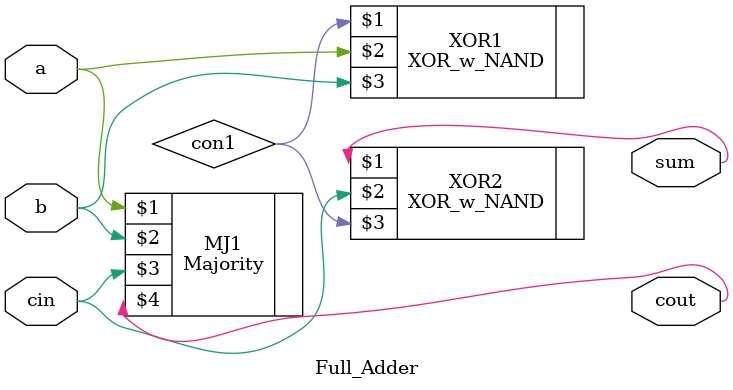
<source format=v>
`timescale 1ns/1ps

module Half_Adder(a, b, cout, sum);
input a, b;
output cout, sum;

AND_w_NAND AND1 (cout, a, b);
XOR_w_NAND XOR1 (sum, a, b);

endmodule

module Full_Adder (a, b, cin, cout, sum);
input a, b, cin;
output cout, sum;

wire con1;

XOR_w_NAND XOR1 (con1, a, b);
XOR_w_NAND XOR2 (sum, cin, con1);
Majority MJ1 (a, b, cin, cout);

endmodule


</source>
